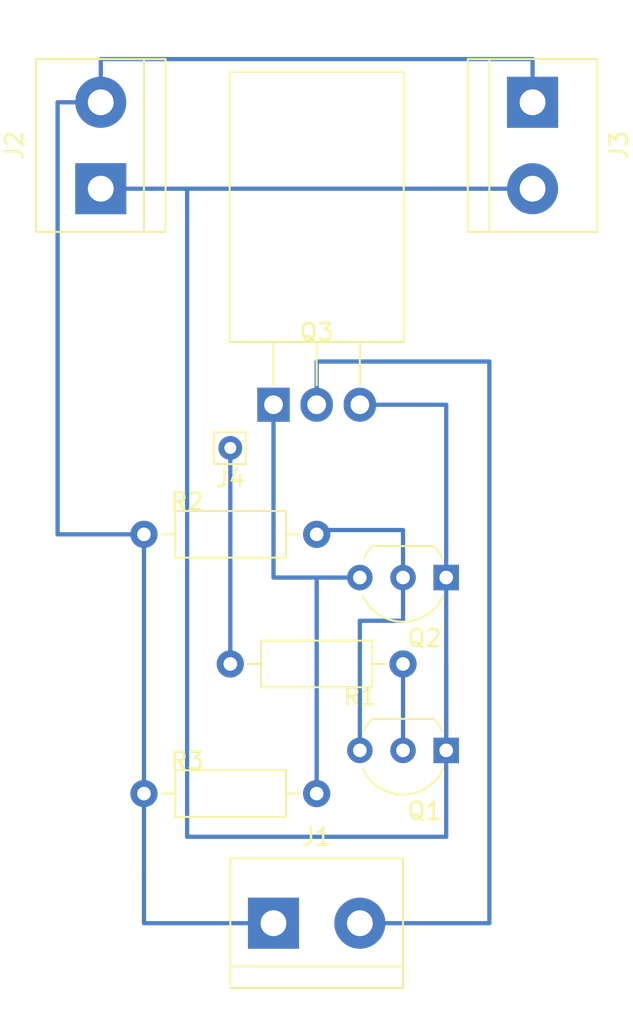
<source format=kicad_pcb>
(kicad_pcb (version 20171130) (host pcbnew "(5.1.5)-3")

  (general
    (thickness 1.6)
    (drawings 0)
    (tracks 38)
    (zones 0)
    (modules 10)
    (nets 8)
  )

  (page A4)
  (layers
    (0 F.Cu signal)
    (31 B.Cu signal)
    (32 B.Adhes user)
    (33 F.Adhes user)
    (34 B.Paste user)
    (35 F.Paste user)
    (36 B.SilkS user)
    (37 F.SilkS user)
    (38 B.Mask user)
    (39 F.Mask user)
    (40 Dwgs.User user)
    (41 Cmts.User user)
    (42 Eco1.User user)
    (43 Eco2.User user)
    (44 Edge.Cuts user)
    (45 Margin user)
    (46 B.CrtYd user)
    (47 F.CrtYd user)
    (48 B.Fab user)
    (49 F.Fab user)
  )

  (setup
    (last_trace_width 0.25)
    (trace_clearance 0.2)
    (zone_clearance 0.508)
    (zone_45_only no)
    (trace_min 0.2)
    (via_size 0.8)
    (via_drill 0.4)
    (via_min_size 0.4)
    (via_min_drill 0.3)
    (uvia_size 0.3)
    (uvia_drill 0.1)
    (uvias_allowed no)
    (uvia_min_size 0.2)
    (uvia_min_drill 0.1)
    (edge_width 0.15)
    (segment_width 0.2)
    (pcb_text_width 0.3)
    (pcb_text_size 1.5 1.5)
    (mod_edge_width 0.15)
    (mod_text_size 1 1)
    (mod_text_width 0.15)
    (pad_size 1.524 1.524)
    (pad_drill 0.762)
    (pad_to_mask_clearance 0.051)
    (solder_mask_min_width 0.25)
    (aux_axis_origin 0 0)
    (visible_elements 7FFFFFFF)
    (pcbplotparams
      (layerselection 0x010fc_ffffffff)
      (usegerberextensions false)
      (usegerberattributes false)
      (usegerberadvancedattributes false)
      (creategerberjobfile false)
      (excludeedgelayer true)
      (linewidth 0.100000)
      (plotframeref false)
      (viasonmask false)
      (mode 1)
      (useauxorigin false)
      (hpglpennumber 1)
      (hpglpenspeed 20)
      (hpglpendiameter 15.000000)
      (psnegative false)
      (psa4output false)
      (plotreference true)
      (plotvalue true)
      (plotinvisibletext false)
      (padsonsilk false)
      (subtractmaskfromsilk false)
      (outputformat 1)
      (mirror false)
      (drillshape 1)
      (scaleselection 1)
      (outputdirectory ""))
  )

  (net 0 "")
  (net 1 Out)
  (net 2 +12V)
  (net 3 GND)
  (net 4 Ctrl)
  (net 5 "Net-(Q1-Pad3)")
  (net 6 "Net-(Q1-Pad2)")
  (net 7 "Net-(Q2-Pad3)")

  (net_class Default "This is the default net class."
    (clearance 0.2)
    (trace_width 0.25)
    (via_dia 0.8)
    (via_drill 0.4)
    (uvia_dia 0.3)
    (uvia_drill 0.1)
    (add_net +12V)
    (add_net Ctrl)
    (add_net GND)
    (add_net "Net-(Q1-Pad2)")
    (add_net "Net-(Q1-Pad3)")
    (add_net "Net-(Q2-Pad3)")
    (add_net Out)
  )

  (net_class GND ""
    (clearance 0.2)
    (trace_width 0.5)
    (via_dia 0.8)
    (via_drill 0.4)
    (uvia_dia 0.3)
    (uvia_drill 0.1)
  )

  (module Resistor_THT:R_Axial_DIN0207_L6.3mm_D2.5mm_P10.16mm_Horizontal (layer F.Cu) (tedit 5AE5139B) (tstamp 5E261B0C)
    (at 116.84 86.36 180)
    (descr "Resistor, Axial_DIN0207 series, Axial, Horizontal, pin pitch=10.16mm, 0.25W = 1/4W, length*diameter=6.3*2.5mm^2, http://cdn-reichelt.de/documents/datenblatt/B400/1_4W%23YAG.pdf")
    (tags "Resistor Axial_DIN0207 series Axial Horizontal pin pitch 10.16mm 0.25W = 1/4W length 6.3mm diameter 2.5mm")
    (path /5DCACCDE)
    (fp_text reference R1 (at 2.54 -1.92) (layer F.SilkS)
      (effects (font (size 1 1) (thickness 0.15)))
    )
    (fp_text value 200 (at 2.54 1.92) (layer F.Fab)
      (effects (font (size 1 1) (thickness 0.15)))
    )
    (fp_text user %R (at 2.54 0) (layer F.Fab)
      (effects (font (size 0.72 0.72) (thickness 0.108)))
    )
    (fp_line (start 11.21 -1.5) (end -1.05 -1.5) (layer F.CrtYd) (width 0.05))
    (fp_line (start 11.21 1.5) (end 11.21 -1.5) (layer F.CrtYd) (width 0.05))
    (fp_line (start -1.05 1.5) (end 11.21 1.5) (layer F.CrtYd) (width 0.05))
    (fp_line (start -1.05 -1.5) (end -1.05 1.5) (layer F.CrtYd) (width 0.05))
    (fp_line (start 9.12 0) (end 8.35 0) (layer F.SilkS) (width 0.12))
    (fp_line (start 1.04 0) (end 1.81 0) (layer F.SilkS) (width 0.12))
    (fp_line (start 8.35 -1.37) (end 1.81 -1.37) (layer F.SilkS) (width 0.12))
    (fp_line (start 8.35 1.37) (end 8.35 -1.37) (layer F.SilkS) (width 0.12))
    (fp_line (start 1.81 1.37) (end 8.35 1.37) (layer F.SilkS) (width 0.12))
    (fp_line (start 1.81 -1.37) (end 1.81 1.37) (layer F.SilkS) (width 0.12))
    (fp_line (start 10.16 0) (end 8.23 0) (layer F.Fab) (width 0.1))
    (fp_line (start 0 0) (end 1.93 0) (layer F.Fab) (width 0.1))
    (fp_line (start 8.23 -1.25) (end 1.93 -1.25) (layer F.Fab) (width 0.1))
    (fp_line (start 8.23 1.25) (end 8.23 -1.25) (layer F.Fab) (width 0.1))
    (fp_line (start 1.93 1.25) (end 8.23 1.25) (layer F.Fab) (width 0.1))
    (fp_line (start 1.93 -1.25) (end 1.93 1.25) (layer F.Fab) (width 0.1))
    (pad 2 thru_hole oval (at 10.16 0 180) (size 1.6 1.6) (drill 0.8) (layers *.Cu *.Mask)
      (net 4 Ctrl))
    (pad 1 thru_hole circle (at 0 0 180) (size 1.6 1.6) (drill 0.8) (layers *.Cu *.Mask)
      (net 6 "Net-(Q1-Pad2)"))
    (model ${KISYS3DMOD}/Resistor_THT.3dshapes/R_Axial_DIN0207_L6.3mm_D2.5mm_P10.16mm_Horizontal.wrl
      (at (xyz 0 0 0))
      (scale (xyz 1 1 1))
      (rotate (xyz 0 0 0))
    )
  )

  (module Resistor_THT:R_Axial_DIN0207_L6.3mm_D2.5mm_P10.16mm_Horizontal (layer F.Cu) (tedit 5AE5139B) (tstamp 5E26231F)
    (at 101.6 78.74)
    (descr "Resistor, Axial_DIN0207 series, Axial, Horizontal, pin pitch=10.16mm, 0.25W = 1/4W, length*diameter=6.3*2.5mm^2, http://cdn-reichelt.de/documents/datenblatt/B400/1_4W%23YAG.pdf")
    (tags "Resistor Axial_DIN0207 series Axial Horizontal pin pitch 10.16mm 0.25W = 1/4W length 6.3mm diameter 2.5mm")
    (path /5DCACCAC)
    (fp_text reference R2 (at 2.54 -1.92) (layer F.SilkS)
      (effects (font (size 1 1) (thickness 0.15)))
    )
    (fp_text value 1k (at 2.54 1.92) (layer F.Fab)
      (effects (font (size 1 1) (thickness 0.15)))
    )
    (fp_text user %R (at 2.54 0) (layer F.Fab)
      (effects (font (size 0.72 0.72) (thickness 0.108)))
    )
    (fp_line (start 11.21 -1.5) (end -1.05 -1.5) (layer F.CrtYd) (width 0.05))
    (fp_line (start 11.21 1.5) (end 11.21 -1.5) (layer F.CrtYd) (width 0.05))
    (fp_line (start -1.05 1.5) (end 11.21 1.5) (layer F.CrtYd) (width 0.05))
    (fp_line (start -1.05 -1.5) (end -1.05 1.5) (layer F.CrtYd) (width 0.05))
    (fp_line (start 9.12 0) (end 8.35 0) (layer F.SilkS) (width 0.12))
    (fp_line (start 1.04 0) (end 1.81 0) (layer F.SilkS) (width 0.12))
    (fp_line (start 8.35 -1.37) (end 1.81 -1.37) (layer F.SilkS) (width 0.12))
    (fp_line (start 8.35 1.37) (end 8.35 -1.37) (layer F.SilkS) (width 0.12))
    (fp_line (start 1.81 1.37) (end 8.35 1.37) (layer F.SilkS) (width 0.12))
    (fp_line (start 1.81 -1.37) (end 1.81 1.37) (layer F.SilkS) (width 0.12))
    (fp_line (start 10.16 0) (end 8.23 0) (layer F.Fab) (width 0.1))
    (fp_line (start 0 0) (end 1.93 0) (layer F.Fab) (width 0.1))
    (fp_line (start 8.23 -1.25) (end 1.93 -1.25) (layer F.Fab) (width 0.1))
    (fp_line (start 8.23 1.25) (end 8.23 -1.25) (layer F.Fab) (width 0.1))
    (fp_line (start 1.93 1.25) (end 8.23 1.25) (layer F.Fab) (width 0.1))
    (fp_line (start 1.93 -1.25) (end 1.93 1.25) (layer F.Fab) (width 0.1))
    (pad 2 thru_hole oval (at 10.16 0) (size 1.6 1.6) (drill 0.8) (layers *.Cu *.Mask)
      (net 5 "Net-(Q1-Pad3)"))
    (pad 1 thru_hole circle (at 0 0) (size 1.6 1.6) (drill 0.8) (layers *.Cu *.Mask)
      (net 2 +12V))
    (model ${KISYS3DMOD}/Resistor_THT.3dshapes/R_Axial_DIN0207_L6.3mm_D2.5mm_P10.16mm_Horizontal.wrl
      (at (xyz 0 0 0))
      (scale (xyz 1 1 1))
      (rotate (xyz 0 0 0))
    )
  )

  (module Resistor_THT:R_Axial_DIN0207_L6.3mm_D2.5mm_P10.16mm_Horizontal (layer F.Cu) (tedit 5AE5139B) (tstamp 5E261B32)
    (at 101.6 93.98)
    (descr "Resistor, Axial_DIN0207 series, Axial, Horizontal, pin pitch=10.16mm, 0.25W = 1/4W, length*diameter=6.3*2.5mm^2, http://cdn-reichelt.de/documents/datenblatt/B400/1_4W%23YAG.pdf")
    (tags "Resistor Axial_DIN0207 series Axial Horizontal pin pitch 10.16mm 0.25W = 1/4W length 6.3mm diameter 2.5mm")
    (path /5DCACC54)
    (fp_text reference R3 (at 2.54 -1.92) (layer F.SilkS)
      (effects (font (size 1 1) (thickness 0.15)))
    )
    (fp_text value 500 (at 2.54 1.92) (layer F.Fab)
      (effects (font (size 1 1) (thickness 0.15)))
    )
    (fp_text user %R (at 2.54 0) (layer F.Fab)
      (effects (font (size 0.72 0.72) (thickness 0.108)))
    )
    (fp_line (start 11.21 -1.5) (end -1.05 -1.5) (layer F.CrtYd) (width 0.05))
    (fp_line (start 11.21 1.5) (end 11.21 -1.5) (layer F.CrtYd) (width 0.05))
    (fp_line (start -1.05 1.5) (end 11.21 1.5) (layer F.CrtYd) (width 0.05))
    (fp_line (start -1.05 -1.5) (end -1.05 1.5) (layer F.CrtYd) (width 0.05))
    (fp_line (start 9.12 0) (end 8.35 0) (layer F.SilkS) (width 0.12))
    (fp_line (start 1.04 0) (end 1.81 0) (layer F.SilkS) (width 0.12))
    (fp_line (start 8.35 -1.37) (end 1.81 -1.37) (layer F.SilkS) (width 0.12))
    (fp_line (start 8.35 1.37) (end 8.35 -1.37) (layer F.SilkS) (width 0.12))
    (fp_line (start 1.81 1.37) (end 8.35 1.37) (layer F.SilkS) (width 0.12))
    (fp_line (start 1.81 -1.37) (end 1.81 1.37) (layer F.SilkS) (width 0.12))
    (fp_line (start 10.16 0) (end 8.23 0) (layer F.Fab) (width 0.1))
    (fp_line (start 0 0) (end 1.93 0) (layer F.Fab) (width 0.1))
    (fp_line (start 8.23 -1.25) (end 1.93 -1.25) (layer F.Fab) (width 0.1))
    (fp_line (start 8.23 1.25) (end 8.23 -1.25) (layer F.Fab) (width 0.1))
    (fp_line (start 1.93 1.25) (end 8.23 1.25) (layer F.Fab) (width 0.1))
    (fp_line (start 1.93 -1.25) (end 1.93 1.25) (layer F.Fab) (width 0.1))
    (pad 2 thru_hole oval (at 10.16 0) (size 1.6 1.6) (drill 0.8) (layers *.Cu *.Mask)
      (net 7 "Net-(Q2-Pad3)"))
    (pad 1 thru_hole circle (at 0 0) (size 1.6 1.6) (drill 0.8) (layers *.Cu *.Mask)
      (net 2 +12V))
    (model ${KISYS3DMOD}/Resistor_THT.3dshapes/R_Axial_DIN0207_L6.3mm_D2.5mm_P10.16mm_Horizontal.wrl
      (at (xyz 0 0 0))
      (scale (xyz 1 1 1))
      (rotate (xyz 0 0 0))
    )
  )

  (module Package_TO_SOT_THT:TO-92_Inline_Wide (layer F.Cu) (tedit 5A02FF81) (tstamp 5E2623C1)
    (at 119.38 81.28 180)
    (descr "TO-92 leads in-line, wide, drill 0.75mm (see NXP sot054_po.pdf)")
    (tags "to-92 sc-43 sc-43a sot54 PA33 transistor")
    (path /5DCACBC2)
    (fp_text reference Q2 (at 1.27 -3.56) (layer F.SilkS)
      (effects (font (size 1 1) (thickness 0.15)))
    )
    (fp_text value 2N3904 (at 1.27 2.79) (layer F.Fab)
      (effects (font (size 1 1) (thickness 0.15)))
    )
    (fp_arc (start 2.54 0) (end 4.34 1.85) (angle -20) (layer F.SilkS) (width 0.12))
    (fp_arc (start 2.54 0) (end 2.54 -2.48) (angle -135) (layer F.Fab) (width 0.1))
    (fp_arc (start 2.54 0) (end 2.54 -2.48) (angle 135) (layer F.Fab) (width 0.1))
    (fp_arc (start 2.54 0) (end 2.54 -2.6) (angle 65) (layer F.SilkS) (width 0.12))
    (fp_arc (start 2.54 0) (end 2.54 -2.6) (angle -65) (layer F.SilkS) (width 0.12))
    (fp_arc (start 2.54 0) (end 0.74 1.85) (angle 20) (layer F.SilkS) (width 0.12))
    (fp_line (start 6.09 2.01) (end -1.01 2.01) (layer F.CrtYd) (width 0.05))
    (fp_line (start 6.09 2.01) (end 6.09 -2.73) (layer F.CrtYd) (width 0.05))
    (fp_line (start -1.01 -2.73) (end -1.01 2.01) (layer F.CrtYd) (width 0.05))
    (fp_line (start -1.01 -2.73) (end 6.09 -2.73) (layer F.CrtYd) (width 0.05))
    (fp_line (start 0.8 1.75) (end 4.3 1.75) (layer F.Fab) (width 0.1))
    (fp_line (start 0.74 1.85) (end 4.34 1.85) (layer F.SilkS) (width 0.12))
    (fp_text user %R (at 1.27 -3.56) (layer F.Fab)
      (effects (font (size 1 1) (thickness 0.15)))
    )
    (pad 1 thru_hole rect (at 0 0 270) (size 1.5 1.5) (drill 0.8) (layers *.Cu *.Mask)
      (net 3 GND))
    (pad 3 thru_hole circle (at 5.08 0 270) (size 1.5 1.5) (drill 0.8) (layers *.Cu *.Mask)
      (net 7 "Net-(Q2-Pad3)"))
    (pad 2 thru_hole circle (at 2.54 0 270) (size 1.5 1.5) (drill 0.8) (layers *.Cu *.Mask)
      (net 5 "Net-(Q1-Pad3)"))
    (model ${KISYS3DMOD}/Package_TO_SOT_THT.3dshapes/TO-92_Inline_Wide.wrl
      (at (xyz 0 0 0))
      (scale (xyz 1 1 1))
      (rotate (xyz 0 0 0))
    )
  )

  (module Package_TO_SOT_THT:TO-92_Inline_Wide (layer F.Cu) (tedit 5A02FF81) (tstamp 5E261ACD)
    (at 119.38 91.44 180)
    (descr "TO-92 leads in-line, wide, drill 0.75mm (see NXP sot054_po.pdf)")
    (tags "to-92 sc-43 sc-43a sot54 PA33 transistor")
    (path /5DCACC0A)
    (fp_text reference Q1 (at 1.27 -3.56) (layer F.SilkS)
      (effects (font (size 1 1) (thickness 0.15)))
    )
    (fp_text value 2N3904 (at 1.27 2.79) (layer F.Fab)
      (effects (font (size 1 1) (thickness 0.15)))
    )
    (fp_arc (start 2.54 0) (end 4.34 1.85) (angle -20) (layer F.SilkS) (width 0.12))
    (fp_arc (start 2.54 0) (end 2.54 -2.48) (angle -135) (layer F.Fab) (width 0.1))
    (fp_arc (start 2.54 0) (end 2.54 -2.48) (angle 135) (layer F.Fab) (width 0.1))
    (fp_arc (start 2.54 0) (end 2.54 -2.6) (angle 65) (layer F.SilkS) (width 0.12))
    (fp_arc (start 2.54 0) (end 2.54 -2.6) (angle -65) (layer F.SilkS) (width 0.12))
    (fp_arc (start 2.54 0) (end 0.74 1.85) (angle 20) (layer F.SilkS) (width 0.12))
    (fp_line (start 6.09 2.01) (end -1.01 2.01) (layer F.CrtYd) (width 0.05))
    (fp_line (start 6.09 2.01) (end 6.09 -2.73) (layer F.CrtYd) (width 0.05))
    (fp_line (start -1.01 -2.73) (end -1.01 2.01) (layer F.CrtYd) (width 0.05))
    (fp_line (start -1.01 -2.73) (end 6.09 -2.73) (layer F.CrtYd) (width 0.05))
    (fp_line (start 0.8 1.75) (end 4.3 1.75) (layer F.Fab) (width 0.1))
    (fp_line (start 0.74 1.85) (end 4.34 1.85) (layer F.SilkS) (width 0.12))
    (fp_text user %R (at 1.27 -3.56) (layer F.Fab)
      (effects (font (size 1 1) (thickness 0.15)))
    )
    (pad 1 thru_hole rect (at 0 0 270) (size 1.5 1.5) (drill 0.8) (layers *.Cu *.Mask)
      (net 3 GND))
    (pad 3 thru_hole circle (at 5.08 0 270) (size 1.5 1.5) (drill 0.8) (layers *.Cu *.Mask)
      (net 5 "Net-(Q1-Pad3)"))
    (pad 2 thru_hole circle (at 2.54 0 270) (size 1.5 1.5) (drill 0.8) (layers *.Cu *.Mask)
      (net 6 "Net-(Q1-Pad2)"))
    (model ${KISYS3DMOD}/Package_TO_SOT_THT.3dshapes/TO-92_Inline_Wide.wrl
      (at (xyz 0 0 0))
      (scale (xyz 1 1 1))
      (rotate (xyz 0 0 0))
    )
  )

  (module Package_TO_SOT_THT:TO-220-3_Horizontal_TabDown (layer F.Cu) (tedit 5AC8BA0D) (tstamp 5E261AF9)
    (at 109.22 71.12)
    (descr "TO-220-3, Horizontal, RM 2.54mm, see https://www.vishay.com/docs/66542/to-220-1.pdf")
    (tags "TO-220-3 Horizontal RM 2.54mm")
    (path /5DCACAFA)
    (fp_text reference Q3 (at 2.54 -4.27) (layer F.SilkS)
      (effects (font (size 1 1) (thickness 0.15)))
    )
    (fp_text value IRF540N (at 2.54 2.5) (layer F.Fab)
      (effects (font (size 1 1) (thickness 0.15)))
    )
    (fp_text user %R (at 2.54 -4.27) (layer F.Fab)
      (effects (font (size 1 1) (thickness 0.15)))
    )
    (fp_line (start 7.79 -19.71) (end -2.71 -19.71) (layer F.CrtYd) (width 0.05))
    (fp_line (start 7.79 1.25) (end 7.79 -19.71) (layer F.CrtYd) (width 0.05))
    (fp_line (start -2.71 1.25) (end 7.79 1.25) (layer F.CrtYd) (width 0.05))
    (fp_line (start -2.71 -19.71) (end -2.71 1.25) (layer F.CrtYd) (width 0.05))
    (fp_line (start 5.08 -3.69) (end 5.08 -1.15) (layer F.SilkS) (width 0.12))
    (fp_line (start 2.54 -3.69) (end 2.54 -1.15) (layer F.SilkS) (width 0.12))
    (fp_line (start 0 -3.69) (end 0 -1.15) (layer F.SilkS) (width 0.12))
    (fp_line (start 7.66 -19.58) (end 7.66 -3.69) (layer F.SilkS) (width 0.12))
    (fp_line (start -2.58 -19.58) (end -2.58 -3.69) (layer F.SilkS) (width 0.12))
    (fp_line (start -2.58 -19.58) (end 7.66 -19.58) (layer F.SilkS) (width 0.12))
    (fp_line (start -2.58 -3.69) (end 7.66 -3.69) (layer F.SilkS) (width 0.12))
    (fp_line (start 5.08 -3.81) (end 5.08 0) (layer F.Fab) (width 0.1))
    (fp_line (start 2.54 -3.81) (end 2.54 0) (layer F.Fab) (width 0.1))
    (fp_line (start 0 -3.81) (end 0 0) (layer F.Fab) (width 0.1))
    (fp_line (start 7.54 -3.81) (end -2.46 -3.81) (layer F.Fab) (width 0.1))
    (fp_line (start 7.54 -13.06) (end 7.54 -3.81) (layer F.Fab) (width 0.1))
    (fp_line (start -2.46 -13.06) (end 7.54 -13.06) (layer F.Fab) (width 0.1))
    (fp_line (start -2.46 -3.81) (end -2.46 -13.06) (layer F.Fab) (width 0.1))
    (fp_line (start 7.54 -13.06) (end -2.46 -13.06) (layer F.Fab) (width 0.1))
    (fp_line (start 7.54 -19.46) (end 7.54 -13.06) (layer F.Fab) (width 0.1))
    (fp_line (start -2.46 -19.46) (end 7.54 -19.46) (layer F.Fab) (width 0.1))
    (fp_line (start -2.46 -13.06) (end -2.46 -19.46) (layer F.Fab) (width 0.1))
    (fp_circle (center 2.54 -16.66) (end 4.39 -16.66) (layer F.Fab) (width 0.1))
    (pad 3 thru_hole oval (at 5.08 0) (size 1.905 2) (drill 1.1) (layers *.Cu *.Mask)
      (net 3 GND))
    (pad 2 thru_hole oval (at 2.54 0) (size 1.905 2) (drill 1.1) (layers *.Cu *.Mask)
      (net 1 Out))
    (pad 1 thru_hole rect (at 0 0) (size 1.905 2) (drill 1.1) (layers *.Cu *.Mask)
      (net 7 "Net-(Q2-Pad3)"))
    (pad "" np_thru_hole oval (at 2.54 -16.66) (size 3.5 3.5) (drill 3.5) (layers *.Cu *.Mask))
    (model ${KISYS3DMOD}/Package_TO_SOT_THT.3dshapes/TO-220-3_Horizontal_TabDown.wrl
      (at (xyz 0 0 0))
      (scale (xyz 1 1 1))
      (rotate (xyz 0 0 0))
    )
  )

  (module TerminalBlock:TerminalBlock_bornier-2_P5.08mm (layer F.Cu) (tedit 59FF03AB) (tstamp 5E261ABB)
    (at 124.46 53.34 270)
    (descr "simple 2-pin terminal block, pitch 5.08mm, revamped version of bornier2")
    (tags "terminal block bornier2")
    (path /5E201594)
    (fp_text reference J3 (at 2.54 -5.08 90) (layer F.SilkS)
      (effects (font (size 1 1) (thickness 0.15)))
    )
    (fp_text value Screw_Terminal_01x02 (at 2.54 5.08 90) (layer F.Fab)
      (effects (font (size 1 1) (thickness 0.15)))
    )
    (fp_line (start 7.79 4) (end -2.71 4) (layer F.CrtYd) (width 0.05))
    (fp_line (start 7.79 4) (end 7.79 -4) (layer F.CrtYd) (width 0.05))
    (fp_line (start -2.71 -4) (end -2.71 4) (layer F.CrtYd) (width 0.05))
    (fp_line (start -2.71 -4) (end 7.79 -4) (layer F.CrtYd) (width 0.05))
    (fp_line (start -2.54 3.81) (end 7.62 3.81) (layer F.SilkS) (width 0.12))
    (fp_line (start -2.54 -3.81) (end -2.54 3.81) (layer F.SilkS) (width 0.12))
    (fp_line (start 7.62 -3.81) (end -2.54 -3.81) (layer F.SilkS) (width 0.12))
    (fp_line (start 7.62 3.81) (end 7.62 -3.81) (layer F.SilkS) (width 0.12))
    (fp_line (start 7.62 2.54) (end -2.54 2.54) (layer F.SilkS) (width 0.12))
    (fp_line (start 7.54 -3.75) (end -2.46 -3.75) (layer F.Fab) (width 0.1))
    (fp_line (start 7.54 3.75) (end 7.54 -3.75) (layer F.Fab) (width 0.1))
    (fp_line (start -2.46 3.75) (end 7.54 3.75) (layer F.Fab) (width 0.1))
    (fp_line (start -2.46 -3.75) (end -2.46 3.75) (layer F.Fab) (width 0.1))
    (fp_line (start -2.41 2.55) (end 7.49 2.55) (layer F.Fab) (width 0.1))
    (fp_text user %R (at 2.54 0 90) (layer F.Fab)
      (effects (font (size 1 1) (thickness 0.15)))
    )
    (pad 2 thru_hole circle (at 5.08 0 270) (size 3 3) (drill 1.52) (layers *.Cu *.Mask)
      (net 3 GND))
    (pad 1 thru_hole rect (at 0 0 270) (size 3 3) (drill 1.52) (layers *.Cu *.Mask)
      (net 2 +12V))
    (model ${KISYS3DMOD}/TerminalBlock.3dshapes/TerminalBlock_bornier-2_P5.08mm.wrl
      (offset (xyz 2.539999961853027 0 0))
      (scale (xyz 1 1 1))
      (rotate (xyz 0 0 0))
    )
  )

  (module TerminalBlock:TerminalBlock_bornier-2_P5.08mm (layer F.Cu) (tedit 59FF03AB) (tstamp 5E261A90)
    (at 109.22 101.6)
    (descr "simple 2-pin terminal block, pitch 5.08mm, revamped version of bornier2")
    (tags "terminal block bornier2")
    (path /5E2004FA)
    (fp_text reference J1 (at 2.54 -5.08) (layer F.SilkS)
      (effects (font (size 1 1) (thickness 0.15)))
    )
    (fp_text value Screw_Terminal_01x02 (at 2.54 5.08) (layer F.Fab)
      (effects (font (size 1 1) (thickness 0.15)))
    )
    (fp_line (start 7.79 4) (end -2.71 4) (layer F.CrtYd) (width 0.05))
    (fp_line (start 7.79 4) (end 7.79 -4) (layer F.CrtYd) (width 0.05))
    (fp_line (start -2.71 -4) (end -2.71 4) (layer F.CrtYd) (width 0.05))
    (fp_line (start -2.71 -4) (end 7.79 -4) (layer F.CrtYd) (width 0.05))
    (fp_line (start -2.54 3.81) (end 7.62 3.81) (layer F.SilkS) (width 0.12))
    (fp_line (start -2.54 -3.81) (end -2.54 3.81) (layer F.SilkS) (width 0.12))
    (fp_line (start 7.62 -3.81) (end -2.54 -3.81) (layer F.SilkS) (width 0.12))
    (fp_line (start 7.62 3.81) (end 7.62 -3.81) (layer F.SilkS) (width 0.12))
    (fp_line (start 7.62 2.54) (end -2.54 2.54) (layer F.SilkS) (width 0.12))
    (fp_line (start 7.54 -3.75) (end -2.46 -3.75) (layer F.Fab) (width 0.1))
    (fp_line (start 7.54 3.75) (end 7.54 -3.75) (layer F.Fab) (width 0.1))
    (fp_line (start -2.46 3.75) (end 7.54 3.75) (layer F.Fab) (width 0.1))
    (fp_line (start -2.46 -3.75) (end -2.46 3.75) (layer F.Fab) (width 0.1))
    (fp_line (start -2.41 2.55) (end 7.49 2.55) (layer F.Fab) (width 0.1))
    (fp_text user %R (at 2.54 0) (layer F.Fab)
      (effects (font (size 1 1) (thickness 0.15)))
    )
    (pad 2 thru_hole circle (at 5.08 0) (size 3 3) (drill 1.52) (layers *.Cu *.Mask)
      (net 1 Out))
    (pad 1 thru_hole rect (at 0 0) (size 3 3) (drill 1.52) (layers *.Cu *.Mask)
      (net 2 +12V))
    (model ${KISYS3DMOD}/TerminalBlock.3dshapes/TerminalBlock_bornier-2_P5.08mm.wrl
      (offset (xyz 2.539999961853027 0 0))
      (scale (xyz 1 1 1))
      (rotate (xyz 0 0 0))
    )
  )

  (module TerminalBlock:TerminalBlock_bornier-2_P5.08mm (layer F.Cu) (tedit 59FF03AB) (tstamp 5E26DAE5)
    (at 99.06 58.42 90)
    (descr "simple 2-pin terminal block, pitch 5.08mm, revamped version of bornier2")
    (tags "terminal block bornier2")
    (path /5E26D3C3)
    (fp_text reference J2 (at 2.54 -5.08 90) (layer F.SilkS)
      (effects (font (size 1 1) (thickness 0.15)))
    )
    (fp_text value Screw_Terminal_01x02 (at 2.54 5.08 90) (layer F.Fab)
      (effects (font (size 1 1) (thickness 0.15)))
    )
    (fp_text user %R (at 2.54 0 90) (layer F.Fab)
      (effects (font (size 1 1) (thickness 0.15)))
    )
    (fp_line (start -2.41 2.55) (end 7.49 2.55) (layer F.Fab) (width 0.1))
    (fp_line (start -2.46 -3.75) (end -2.46 3.75) (layer F.Fab) (width 0.1))
    (fp_line (start -2.46 3.75) (end 7.54 3.75) (layer F.Fab) (width 0.1))
    (fp_line (start 7.54 3.75) (end 7.54 -3.75) (layer F.Fab) (width 0.1))
    (fp_line (start 7.54 -3.75) (end -2.46 -3.75) (layer F.Fab) (width 0.1))
    (fp_line (start 7.62 2.54) (end -2.54 2.54) (layer F.SilkS) (width 0.12))
    (fp_line (start 7.62 3.81) (end 7.62 -3.81) (layer F.SilkS) (width 0.12))
    (fp_line (start 7.62 -3.81) (end -2.54 -3.81) (layer F.SilkS) (width 0.12))
    (fp_line (start -2.54 -3.81) (end -2.54 3.81) (layer F.SilkS) (width 0.12))
    (fp_line (start -2.54 3.81) (end 7.62 3.81) (layer F.SilkS) (width 0.12))
    (fp_line (start -2.71 -4) (end 7.79 -4) (layer F.CrtYd) (width 0.05))
    (fp_line (start -2.71 -4) (end -2.71 4) (layer F.CrtYd) (width 0.05))
    (fp_line (start 7.79 4) (end 7.79 -4) (layer F.CrtYd) (width 0.05))
    (fp_line (start 7.79 4) (end -2.71 4) (layer F.CrtYd) (width 0.05))
    (pad 1 thru_hole rect (at 0 0 90) (size 3 3) (drill 1.52) (layers *.Cu *.Mask)
      (net 3 GND))
    (pad 2 thru_hole circle (at 5.08 0 90) (size 3 3) (drill 1.52) (layers *.Cu *.Mask)
      (net 2 +12V))
    (model ${KISYS3DMOD}/TerminalBlock.3dshapes/TerminalBlock_bornier-2_P5.08mm.wrl
      (offset (xyz 2.539999961853027 0 0))
      (scale (xyz 1 1 1))
      (rotate (xyz 0 0 0))
    )
  )

  (module Connector_Pin:Pin_D0.7mm_L6.5mm_W1.8mm_FlatFork (layer F.Cu) (tedit 5A1DC084) (tstamp 5E26DD37)
    (at 106.68 73.66)
    (descr "solder Pin_ with flat fork, hole diameter 0.7mm, length 6.5mm, width 1.8mm")
    (tags "solder Pin_ with flat fork")
    (path /5E26C075)
    (fp_text reference J4 (at 0 1.8) (layer F.SilkS)
      (effects (font (size 1 1) (thickness 0.15)))
    )
    (fp_text value Conn_01x01_Female (at 0 -1.8) (layer F.Fab)
      (effects (font (size 1 1) (thickness 0.15)))
    )
    (fp_text user %R (at 0 1.8) (layer F.Fab)
      (effects (font (size 1 1) (thickness 0.15)))
    )
    (fp_line (start -0.95 -0.95) (end -0.95 0.95) (layer F.SilkS) (width 0.12))
    (fp_line (start -0.95 0.95) (end 0.9 0.95) (layer F.SilkS) (width 0.12))
    (fp_line (start 0.9 0.95) (end 0.9 -0.9) (layer F.SilkS) (width 0.12))
    (fp_line (start 0.9 -0.9) (end 0.9 -0.95) (layer F.SilkS) (width 0.12))
    (fp_line (start 0.9 -0.95) (end -0.95 -0.95) (layer F.SilkS) (width 0.12))
    (fp_line (start -0.9 -0.25) (end 0.85 -0.25) (layer F.Fab) (width 0.12))
    (fp_line (start 0.85 -0.25) (end 0.85 0.25) (layer F.Fab) (width 0.12))
    (fp_line (start 0.85 0.25) (end -0.9 0.25) (layer F.Fab) (width 0.12))
    (fp_line (start -0.9 0.25) (end -0.9 -0.25) (layer F.Fab) (width 0.12))
    (fp_line (start -1.4 -1.2) (end 1.35 -1.2) (layer F.CrtYd) (width 0.05))
    (fp_line (start -1.4 -1.2) (end -1.4 1.2) (layer F.CrtYd) (width 0.05))
    (fp_line (start 1.35 1.2) (end 1.35 -1.2) (layer F.CrtYd) (width 0.05))
    (fp_line (start 1.35 1.2) (end -1.4 1.2) (layer F.CrtYd) (width 0.05))
    (pad 1 thru_hole circle (at 0 0) (size 1.4 1.4) (drill 0.7) (layers *.Cu *.Mask)
      (net 4 Ctrl))
    (model ${KISYS3DMOD}/Connector_Pin.3dshapes/Pin_D0.7mm_L6.5mm_W1.8mm_FlatFork.wrl
      (at (xyz 0 0 0))
      (scale (xyz 1 1 1))
      (rotate (xyz 0 0 0))
    )
  )

  (segment (start 121.92 101.6) (end 114.3 101.6) (width 0.25) (layer B.Cu) (net 1))
  (segment (start 121.92 68.58) (end 121.92 101.6) (width 0.25) (layer B.Cu) (net 1))
  (segment (start 111.76 71.12) (end 111.76 68.58) (width 0.25) (layer B.Cu) (net 1))
  (segment (start 111.76 68.58) (end 121.92 68.58) (width 0.25) (layer B.Cu) (net 1))
  (segment (start 101.6 78.74) (end 101.6 93.98) (width 0.25) (layer B.Cu) (net 2))
  (segment (start 101.6 101.6) (end 101.6 98.806) (width 0.25) (layer B.Cu) (net 2))
  (segment (start 109.22 101.6) (end 101.6 101.6) (width 0.25) (layer B.Cu) (net 2))
  (segment (start 101.6 93.726) (end 101.6 98.806) (width 0.25) (layer B.Cu) (net 2))
  (segment (start 101.6 98.806) (end 101.6 99.06) (width 0.25) (layer B.Cu) (net 2))
  (segment (start 96.52 78.74) (end 101.6 78.74) (width 0.25) (layer B.Cu) (net 2))
  (segment (start 99.06 53.34) (end 99.06 50.8) (width 0.25) (layer B.Cu) (net 2))
  (segment (start 124.46 50.8) (end 124.46 53.34) (width 0.25) (layer B.Cu) (net 2))
  (segment (start 99.06 50.8) (end 124.46 50.8) (width 0.25) (layer B.Cu) (net 2))
  (segment (start 96.52 78.74) (end 96.52 53.34) (width 0.25) (layer B.Cu) (net 2))
  (segment (start 96.52 53.34) (end 99.06 53.34) (width 0.25) (layer B.Cu) (net 2))
  (segment (start 114.3 71.12) (end 119.126 71.12) (width 0.25) (layer B.Cu) (net 3))
  (segment (start 119.38 86.36) (end 119.38 91.44) (width 0.25) (layer B.Cu) (net 3))
  (segment (start 119.38 96.52) (end 119.38 91.44) (width 0.25) (layer B.Cu) (net 3))
  (segment (start 104.14 96.52) (end 119.38 96.52) (width 0.25) (layer B.Cu) (net 3))
  (segment (start 100.81 58.42) (end 104.14 58.42) (width 0.25) (layer B.Cu) (net 3))
  (segment (start 99.06 58.42) (end 100.81 58.42) (width 0.25) (layer B.Cu) (net 3))
  (segment (start 104.14 58.42) (end 104.14 96.52) (width 0.25) (layer B.Cu) (net 3))
  (segment (start 104.14 58.42) (end 124.46 58.42) (width 0.25) (layer B.Cu) (net 3))
  (segment (start 119.38 81.28) (end 119.38 91.44) (width 0.25) (layer B.Cu) (net 3))
  (segment (start 119.38 81.28) (end 119.38 71.12) (width 0.25) (layer B.Cu) (net 3))
  (segment (start 119.38 71.12) (end 119.126 71.12) (width 0.25) (layer B.Cu) (net 3))
  (segment (start 106.68 73.66) (end 106.68 86.36) (width 0.25) (layer B.Cu) (net 4))
  (segment (start 111.76 78.486) (end 116.84 78.486) (width 0.25) (layer B.Cu) (net 5))
  (segment (start 116.84 78.486) (end 116.84 81.026) (width 0.25) (layer B.Cu) (net 5))
  (segment (start 114.3 91.44) (end 114.3 83.82) (width 0.25) (layer B.Cu) (net 5))
  (segment (start 114.3 83.82) (end 116.84 83.82) (width 0.25) (layer B.Cu) (net 5))
  (segment (start 116.84 83.82) (end 116.84 81.28) (width 0.25) (layer B.Cu) (net 5))
  (segment (start 116.84 86.36) (end 116.84 91.44) (width 0.25) (layer B.Cu) (net 6))
  (segment (start 111.76 81.28) (end 111.76 93.98) (width 0.25) (layer B.Cu) (net 7))
  (segment (start 111.76 81.28) (end 114.3 81.28) (width 0.25) (layer B.Cu) (net 7))
  (segment (start 109.22 81.28) (end 111.76 81.28) (width 0.25) (layer B.Cu) (net 7))
  (segment (start 109.22 74.682998) (end 109.22 71.12) (width 0.25) (layer B.Cu) (net 7))
  (segment (start 109.22 81.28) (end 109.22 74.682998) (width 0.25) (layer B.Cu) (net 7))

)

</source>
